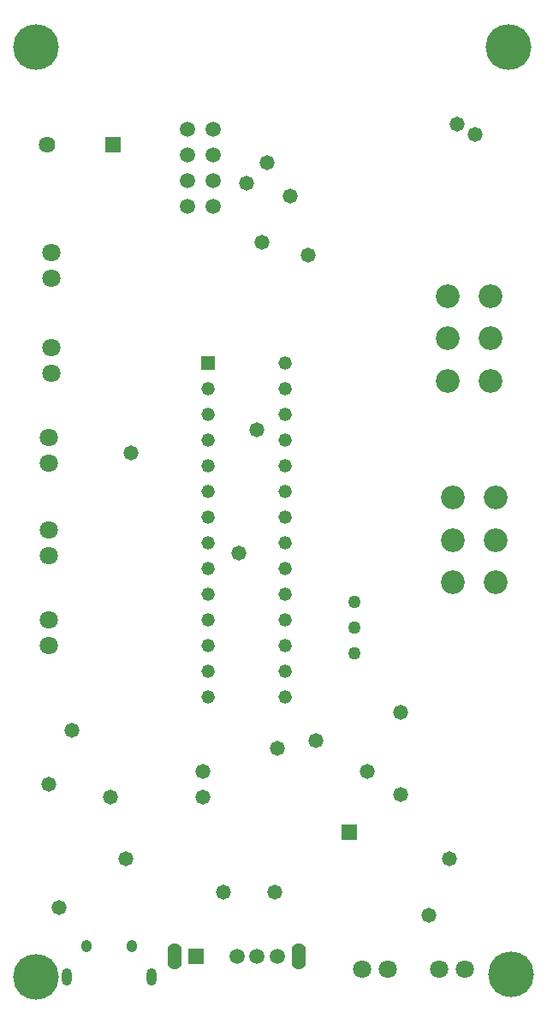
<source format=gbr>
%TF.GenerationSoftware,Altium Limited,Altium Designer,24.10.1 (45)*%
G04 Layer_Color=16711935*
%FSLAX25Y25*%
%MOIN*%
%TF.SameCoordinates,405BA738-95C1-4717-9A2A-605BB7F835F8*%
%TF.FilePolarity,Negative*%
%TF.FileFunction,Soldermask,Bot*%
%TF.Part,Single*%
G01*
G75*
%TA.AperFunction,ComponentPad*%
%ADD27O,0.04200X0.04900*%
%ADD28O,0.04000X0.06700*%
%ADD30C,0.09200*%
%ADD31C,0.05000*%
%ADD32C,0.07100*%
%ADD33R,0.05900X0.05900*%
%ADD34C,0.05900*%
%ADD38R,0.05200X0.05200*%
%ADD39C,0.05200*%
%ADD59R,0.06400X0.06400*%
%ADD60C,0.06400*%
%ADD61O,0.05556X0.10312*%
%ADD62C,0.05950*%
%ADD63R,0.05950X0.05950*%
%TA.AperFunction,ViaPad*%
%ADD64C,0.17800*%
%ADD65C,0.05800*%
D27*
X131803Y122811D02*
D03*
X149323D02*
D03*
D28*
X157000Y111000D02*
D03*
X124126D02*
D03*
D30*
X272465Y343000D02*
D03*
Y359535D02*
D03*
Y376071D02*
D03*
X289000Y343000D02*
D03*
Y359535D02*
D03*
Y376071D02*
D03*
X274465Y264465D02*
D03*
Y281000D02*
D03*
Y297535D02*
D03*
X291000Y264465D02*
D03*
Y281000D02*
D03*
Y297535D02*
D03*
D31*
X236000Y257000D02*
D03*
Y247000D02*
D03*
Y237000D02*
D03*
D32*
X118000Y356000D02*
D03*
Y346000D02*
D03*
X117000Y321000D02*
D03*
Y311000D02*
D03*
X269000Y114000D02*
D03*
X279000D02*
D03*
X249000D02*
D03*
X239000D02*
D03*
X117000Y250000D02*
D03*
Y240000D02*
D03*
Y285000D02*
D03*
Y275000D02*
D03*
X118000Y393000D02*
D03*
Y383000D02*
D03*
D33*
X234000Y167283D02*
D03*
D34*
X181000Y421000D02*
D03*
Y411000D02*
D03*
Y431000D02*
D03*
Y441000D02*
D03*
X171000D02*
D03*
Y431000D02*
D03*
Y421000D02*
D03*
Y411000D02*
D03*
D38*
X179000Y350000D02*
D03*
D39*
Y340000D02*
D03*
Y330000D02*
D03*
Y320000D02*
D03*
Y310000D02*
D03*
Y300000D02*
D03*
Y290000D02*
D03*
Y280000D02*
D03*
Y270000D02*
D03*
Y260000D02*
D03*
Y250000D02*
D03*
Y240000D02*
D03*
Y230000D02*
D03*
Y220000D02*
D03*
X209000D02*
D03*
Y230000D02*
D03*
Y240000D02*
D03*
Y250000D02*
D03*
Y260000D02*
D03*
Y270000D02*
D03*
Y280000D02*
D03*
Y290000D02*
D03*
Y300000D02*
D03*
Y310000D02*
D03*
Y320000D02*
D03*
Y330000D02*
D03*
Y340000D02*
D03*
Y350000D02*
D03*
D59*
X142000Y435000D02*
D03*
D60*
X116409D02*
D03*
D61*
X166039Y119000D02*
D03*
X214465D02*
D03*
D62*
X190252D02*
D03*
X198126D02*
D03*
X206000D02*
D03*
D63*
X174504D02*
D03*
D64*
X112000Y473000D02*
D03*
X296000D02*
D03*
X297000Y112000D02*
D03*
X112000Y111000D02*
D03*
D65*
X283000Y439000D02*
D03*
X276000Y443000D02*
D03*
X202000Y428000D02*
D03*
X194000Y420000D02*
D03*
X211000Y415000D02*
D03*
X200000Y397000D02*
D03*
X149000Y315000D02*
D03*
X177000Y181000D02*
D03*
X191000Y276000D02*
D03*
X126000Y207000D02*
D03*
X273000Y157000D02*
D03*
X254000Y214000D02*
D03*
X241000Y191000D02*
D03*
X254000Y182000D02*
D03*
X221000Y203000D02*
D03*
X206000Y200000D02*
D03*
X177000Y191000D02*
D03*
X117000Y186000D02*
D03*
X121000Y138000D02*
D03*
X147000Y157000D02*
D03*
X185000Y144000D02*
D03*
X265000Y135000D02*
D03*
X218000Y392000D02*
D03*
X198000Y324000D02*
D03*
X141000Y181000D02*
D03*
X205000Y144000D02*
D03*
%TF.MD5,f83abf6cce1933fee1e70d43c8936cd0*%
M02*

</source>
